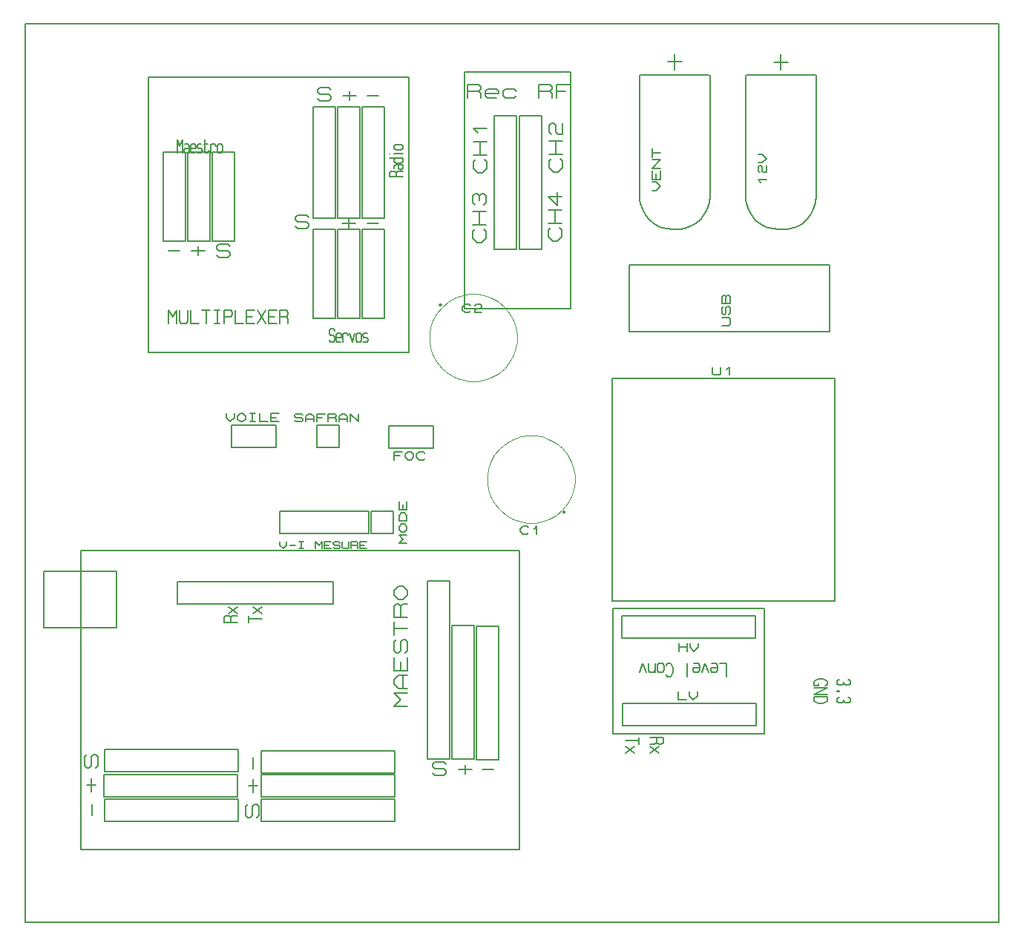
<source format=gbr>
G04 PROTEUS RS274X GERBER FILE*
%FSLAX45Y45*%
%MOMM*%
G01*
%ADD14C,0.203200*%
%ADD71C,0.120000*%
%ADD20C,0.200000*%
%TD.AperFunction*%
D14*
X-9328000Y-1595300D02*
X-7804000Y-1595300D01*
X-7804000Y-1341300D01*
X-9328000Y-1341300D01*
X-9328000Y-1595300D01*
X-9333880Y-1313360D02*
X-7809880Y-1313360D01*
X-7809880Y-1059360D01*
X-9333880Y-1059360D01*
X-9333880Y-1313360D01*
X-9328000Y-1028880D02*
X-7804000Y-1028880D01*
X-7804000Y-774880D01*
X-9328000Y-774880D01*
X-9328000Y-1028880D01*
X-7540000Y-1595300D02*
X-6016000Y-1595300D01*
X-6016000Y-1341300D01*
X-7540000Y-1341300D01*
X-7540000Y-1595300D01*
X-7540000Y-1318440D02*
X-6016000Y-1318440D01*
X-6016000Y-1064440D01*
X-7540000Y-1064440D01*
X-7540000Y-1318440D01*
X-7540000Y-1041580D02*
X-6016000Y-1041580D01*
X-6016000Y-787580D01*
X-7540000Y-787580D01*
X-7540000Y-1041580D01*
X-5363220Y-886640D02*
X-5109220Y-886640D01*
X-5109220Y+637360D01*
X-5363220Y+637360D01*
X-5363220Y-886640D01*
X-8496480Y+888820D02*
X-6718480Y+888820D01*
X-6718480Y+1142820D01*
X-8496480Y+1142820D01*
X-8496480Y+888820D01*
X-5083820Y-889180D02*
X-4829820Y-889180D01*
X-4829820Y+634820D01*
X-5083820Y+634820D01*
X-5083820Y-889180D01*
X-5640080Y-884100D02*
X-5386080Y-884100D01*
X-5386080Y+1147900D01*
X-5640080Y+1147900D01*
X-5640080Y-884100D01*
X-8655340Y+5024620D02*
X-8401340Y+5024620D01*
X-8401340Y+6040620D01*
X-8655340Y+6040620D01*
X-8655340Y+5024620D01*
X-8375340Y+5024620D02*
X-8121340Y+5024620D01*
X-8121340Y+6040620D01*
X-8375340Y+6040620D01*
X-8375340Y+5024620D01*
X-8095340Y+5024620D02*
X-7841340Y+5024620D01*
X-7841340Y+6040620D01*
X-8095340Y+6040620D01*
X-8095340Y+5024620D01*
X-6945340Y+4146620D02*
X-6691340Y+4146620D01*
X-6691340Y+5162620D01*
X-6945340Y+5162620D01*
X-6945340Y+4146620D01*
X-6665340Y+4146620D02*
X-6411340Y+4146620D01*
X-6411340Y+5162620D01*
X-6665340Y+5162620D01*
X-6665340Y+4146620D01*
X-6390280Y+4148760D02*
X-6136280Y+4148760D01*
X-6136280Y+5164760D01*
X-6390280Y+5164760D01*
X-6390280Y+4148760D01*
X-6944000Y+5290760D02*
X-6690000Y+5290760D01*
X-6690000Y+6560760D01*
X-6944000Y+6560760D01*
X-6944000Y+5290760D01*
X-6667140Y+5290760D02*
X-6413140Y+5290760D01*
X-6413140Y+6560760D01*
X-6667140Y+6560760D01*
X-6667140Y+5290760D01*
X-6390280Y+5290760D02*
X-6136280Y+5290760D01*
X-6136280Y+6560760D01*
X-6390280Y+6560760D01*
X-6390280Y+5290760D01*
X-4590080Y+4932760D02*
X-4336080Y+4932760D01*
X-4336080Y+6456760D01*
X-4590080Y+6456760D01*
X-4590080Y+4932760D01*
X-4877100Y+4930220D02*
X-4623100Y+4930220D01*
X-4623100Y+6454220D01*
X-4877100Y+6454220D01*
X-4877100Y+4930220D01*
X-9594520Y-1915940D02*
X-4594260Y-1915940D01*
X-4594260Y+1496000D01*
X-9594520Y+1496000D01*
X-9594520Y-1915940D01*
X-5868680Y-282120D02*
X-6021080Y-282120D01*
X-5944880Y-205920D01*
X-6021080Y-129720D01*
X-5868680Y-129720D01*
X-5868680Y-78920D02*
X-5970280Y-78920D01*
X-6021080Y-28120D01*
X-6021080Y+22680D01*
X-5970280Y+73480D01*
X-5868680Y+73480D01*
X-5919480Y-78920D02*
X-5919480Y+73480D01*
X-5868680Y+276680D02*
X-5868680Y+124280D01*
X-6021080Y+124280D01*
X-6021080Y+276680D01*
X-5944880Y+124280D02*
X-5944880Y+225880D01*
X-5894080Y+327480D02*
X-5868680Y+352880D01*
X-5868680Y+454480D01*
X-5894080Y+479880D01*
X-5919480Y+479880D01*
X-5944880Y+454480D01*
X-5944880Y+352880D01*
X-5970280Y+327480D01*
X-5995680Y+327480D01*
X-6021080Y+352880D01*
X-6021080Y+454480D01*
X-5995680Y+479880D01*
X-6021080Y+530680D02*
X-6021080Y+683080D01*
X-6021080Y+606880D02*
X-5868680Y+606880D01*
X-5868680Y+733880D02*
X-6021080Y+733880D01*
X-6021080Y+860880D01*
X-5995680Y+886280D01*
X-5970280Y+886280D01*
X-5944880Y+860880D01*
X-5944880Y+733880D01*
X-5944880Y+860880D02*
X-5919480Y+886280D01*
X-5868680Y+886280D01*
X-5970280Y+937080D02*
X-6021080Y+987880D01*
X-6021080Y+1038680D01*
X-5970280Y+1089480D01*
X-5919480Y+1089480D01*
X-5868680Y+1038680D01*
X-5868680Y+987880D01*
X-5919480Y+937080D01*
X-5970280Y+937080D01*
X-8595980Y+4082640D02*
X-8595980Y+4235040D01*
X-8548355Y+4158840D01*
X-8500730Y+4235040D01*
X-8500730Y+4082640D01*
X-8468980Y+4235040D02*
X-8468980Y+4108040D01*
X-8453105Y+4082640D01*
X-8389605Y+4082640D01*
X-8373730Y+4108040D01*
X-8373730Y+4235040D01*
X-8341980Y+4235040D02*
X-8341980Y+4082640D01*
X-8246730Y+4082640D01*
X-8214980Y+4235040D02*
X-8119730Y+4235040D01*
X-8167355Y+4235040D02*
X-8167355Y+4082640D01*
X-8072105Y+4235040D02*
X-8008605Y+4235040D01*
X-8040355Y+4235040D02*
X-8040355Y+4082640D01*
X-8072105Y+4082640D02*
X-8008605Y+4082640D01*
X-7960980Y+4082640D02*
X-7960980Y+4235040D01*
X-7881605Y+4235040D01*
X-7865730Y+4209640D01*
X-7865730Y+4184240D01*
X-7881605Y+4158840D01*
X-7960980Y+4158840D01*
X-7833980Y+4235040D02*
X-7833980Y+4082640D01*
X-7738730Y+4082640D01*
X-7611730Y+4082640D02*
X-7706980Y+4082640D01*
X-7706980Y+4235040D01*
X-7611730Y+4235040D01*
X-7706980Y+4158840D02*
X-7643480Y+4158840D01*
X-7579980Y+4235040D02*
X-7484730Y+4082640D01*
X-7579980Y+4082640D02*
X-7484730Y+4235040D01*
X-7357730Y+4082640D02*
X-7452980Y+4082640D01*
X-7452980Y+4235040D01*
X-7357730Y+4235040D01*
X-7452980Y+4158840D02*
X-7389480Y+4158840D01*
X-7325980Y+4082640D02*
X-7325980Y+4235040D01*
X-7246605Y+4235040D01*
X-7230730Y+4209640D01*
X-7230730Y+4184240D01*
X-7246605Y+4158840D01*
X-7325980Y+4158840D01*
X-7246605Y+4158840D02*
X-7230730Y+4133440D01*
X-7230730Y+4082640D01*
X-8828500Y+3753460D02*
X-5851460Y+3753460D01*
X-5851460Y+6901240D01*
X-8828500Y+6901240D01*
X-8828500Y+3753460D01*
X-6084900Y+2663740D02*
X-5576900Y+2663740D01*
X-5576900Y+2917740D01*
X-6084900Y+2917740D01*
X-6084900Y+2663740D01*
X-6021400Y+2531660D02*
X-6021400Y+2623100D01*
X-5926150Y+2623100D01*
X-6021400Y+2577380D02*
X-5957900Y+2577380D01*
X-5894400Y+2592620D02*
X-5862650Y+2623100D01*
X-5830900Y+2623100D01*
X-5799150Y+2592620D01*
X-5799150Y+2562140D01*
X-5830900Y+2531660D01*
X-5862650Y+2531660D01*
X-5894400Y+2562140D01*
X-5894400Y+2592620D01*
X-5672150Y+2546900D02*
X-5688025Y+2531660D01*
X-5735650Y+2531660D01*
X-5767400Y+2562140D01*
X-5767400Y+2592620D01*
X-5735650Y+2623100D01*
X-5688025Y+2623100D01*
X-5672150Y+2607860D01*
X-3219460Y+6922580D02*
X-3219460Y+5512580D01*
X-3209460Y+6922580D02*
X-2429460Y+6922580D01*
X-2419460Y+6922580D02*
X-2419460Y+5512580D01*
X-3219460Y+5532580D02*
X-3217541Y+5494127D01*
X-3211899Y+5456927D01*
X-3190144Y+5386965D01*
X-3155585Y+5324049D01*
X-3109616Y+5269533D01*
X-3053627Y+5224774D01*
X-2989011Y+5191125D01*
X-2917158Y+5169942D01*
X-2839460Y+5162580D01*
X-2789460Y+5162580D02*
X-2751007Y+5164499D01*
X-2713807Y+5170141D01*
X-2643845Y+5191896D01*
X-2580928Y+5226455D01*
X-2526413Y+5272424D01*
X-2481654Y+5328413D01*
X-2448005Y+5393029D01*
X-2426822Y+5464882D01*
X-2419460Y+5542580D01*
X-2789460Y+5162580D02*
X-2839460Y+5162580D01*
X-2899460Y+7072580D02*
X-2739460Y+7072580D01*
X-2819460Y+6982580D02*
X-2819460Y+7162580D01*
X-3078540Y+5605580D02*
X-3032820Y+5605580D01*
X-2987100Y+5653205D01*
X-3032820Y+5700830D01*
X-3078540Y+5700830D01*
X-2987100Y+5827830D02*
X-2987100Y+5732580D01*
X-3078540Y+5732580D01*
X-3078540Y+5827830D01*
X-3032820Y+5732580D02*
X-3032820Y+5796080D01*
X-2987100Y+5859580D02*
X-3078540Y+5859580D01*
X-2987100Y+5954830D01*
X-3078540Y+5954830D01*
X-3078540Y+5986580D02*
X-3078540Y+6081830D01*
X-3078540Y+6034205D02*
X-2987100Y+6034205D01*
X-7874000Y+2671619D02*
X-7366000Y+2671619D01*
X-7366000Y+2925619D01*
X-7874000Y+2925619D01*
X-7874000Y+2671619D01*
X-7937500Y+3057699D02*
X-7937500Y+3011979D01*
X-7889875Y+2966259D01*
X-7842250Y+3011979D01*
X-7842250Y+3057699D01*
X-7810500Y+3027219D02*
X-7778750Y+3057699D01*
X-7747000Y+3057699D01*
X-7715250Y+3027219D01*
X-7715250Y+2996739D01*
X-7747000Y+2966259D01*
X-7778750Y+2966259D01*
X-7810500Y+2996739D01*
X-7810500Y+3027219D01*
X-7667625Y+3057699D02*
X-7604125Y+3057699D01*
X-7635875Y+3057699D02*
X-7635875Y+2966259D01*
X-7667625Y+2966259D02*
X-7604125Y+2966259D01*
X-7556500Y+3057699D02*
X-7556500Y+2966259D01*
X-7461250Y+2966259D01*
X-7334250Y+2966259D02*
X-7429500Y+2966259D01*
X-7429500Y+3057699D01*
X-7334250Y+3057699D01*
X-7429500Y+3011979D02*
X-7366000Y+3011979D01*
X-2007420Y+6919940D02*
X-2007420Y+5509940D01*
X-1997420Y+6919940D02*
X-1217420Y+6919940D01*
X-1207420Y+6919940D02*
X-1207420Y+5509940D01*
X-2007420Y+5529940D02*
X-2005501Y+5491487D01*
X-1999859Y+5454287D01*
X-1978104Y+5384325D01*
X-1943545Y+5321409D01*
X-1897576Y+5266893D01*
X-1841587Y+5222134D01*
X-1776971Y+5188485D01*
X-1705118Y+5167302D01*
X-1627420Y+5159940D01*
X-1577420Y+5159940D02*
X-1538967Y+5161859D01*
X-1501767Y+5167501D01*
X-1431805Y+5189256D01*
X-1368888Y+5223815D01*
X-1314373Y+5269784D01*
X-1269614Y+5325773D01*
X-1235965Y+5390389D01*
X-1214782Y+5462242D01*
X-1207420Y+5539940D01*
X-1577420Y+5159940D02*
X-1627420Y+5159940D01*
X-1687420Y+7069940D02*
X-1527420Y+7069940D01*
X-1607420Y+6979940D02*
X-1607420Y+7159940D01*
X-1836020Y+5698190D02*
X-1866500Y+5729940D01*
X-1775060Y+5729940D01*
X-1851260Y+5809315D02*
X-1866500Y+5825190D01*
X-1866500Y+5872815D01*
X-1851260Y+5888690D01*
X-1836020Y+5888690D01*
X-1820780Y+5872815D01*
X-1820780Y+5825190D01*
X-1805540Y+5809315D01*
X-1775060Y+5809315D01*
X-1775060Y+5888690D01*
X-1866500Y+5920440D02*
X-1820780Y+5920440D01*
X-1775060Y+5968065D01*
X-1820780Y+6015690D01*
X-1866500Y+6015690D01*
X-3420380Y+492460D02*
X-1896380Y+492460D01*
X-1896380Y+746460D01*
X-3420380Y+746460D01*
X-3420380Y+492460D01*
X-2775380Y+347100D02*
X-2775380Y+438540D01*
X-2680130Y+438540D02*
X-2680130Y+347100D01*
X-2775380Y+392820D02*
X-2680130Y+392820D01*
X-2648380Y+438540D02*
X-2648380Y+392820D01*
X-2600755Y+347100D01*
X-2553130Y+392820D01*
X-2553130Y+438540D01*
X-3417840Y-502700D02*
X-1893840Y-502700D01*
X-1893840Y-248700D01*
X-3417840Y-248700D01*
X-3417840Y-502700D01*
X-2782840Y-116620D02*
X-2782840Y-208060D01*
X-2687590Y-208060D01*
X-2655840Y-116620D02*
X-2655840Y-162340D01*
X-2608215Y-208060D01*
X-2560590Y-162340D01*
X-2560590Y-116620D01*
X-3520840Y-595700D02*
X-1800840Y-595700D01*
X-1800840Y+834300D01*
X-3520840Y+834300D01*
X-3520840Y-595700D01*
X-2229960Y+54300D02*
X-2229960Y+206700D01*
X-2306160Y+206700D01*
X-2331560Y+155900D02*
X-2407760Y+155900D01*
X-2407760Y+130500D01*
X-2395060Y+105100D01*
X-2344260Y+105100D01*
X-2331560Y+130500D01*
X-2331560Y+181300D01*
X-2344260Y+206700D01*
X-2395060Y+206700D01*
X-2433160Y+105100D02*
X-2471260Y+206700D01*
X-2509360Y+105100D01*
X-2534760Y+155900D02*
X-2610960Y+155900D01*
X-2610960Y+130500D01*
X-2598260Y+105100D01*
X-2547460Y+105100D01*
X-2534760Y+130500D01*
X-2534760Y+181300D01*
X-2547460Y+206700D01*
X-2598260Y+206700D01*
X-2674460Y+54300D02*
X-2674460Y+206700D01*
X-2915760Y+181300D02*
X-2903060Y+206700D01*
X-2864960Y+206700D01*
X-2839560Y+155900D01*
X-2839560Y+105100D01*
X-2864960Y+54300D01*
X-2903060Y+54300D01*
X-2915760Y+79700D01*
X-2941160Y+130500D02*
X-2953860Y+105100D01*
X-3004660Y+105100D01*
X-3017360Y+130500D01*
X-3017360Y+181300D01*
X-3004660Y+206700D01*
X-2953860Y+206700D01*
X-2941160Y+181300D01*
X-2941160Y+130500D01*
X-3042760Y+206700D02*
X-3042760Y+105100D01*
X-3042760Y+130500D02*
X-3055460Y+105100D01*
X-3106260Y+105100D01*
X-3118960Y+130500D01*
X-3118960Y+206700D01*
X-3144360Y+105100D02*
X-3182460Y+206700D01*
X-3220560Y+105100D01*
X-4987840Y+5955420D02*
X-4962440Y+5930020D01*
X-4962440Y+5853820D01*
X-5013240Y+5803020D01*
X-5064040Y+5803020D01*
X-5114840Y+5853820D01*
X-5114840Y+5930020D01*
X-5089440Y+5955420D01*
X-4962440Y+6006220D02*
X-5114840Y+6006220D01*
X-5114840Y+6158620D02*
X-4962440Y+6158620D01*
X-5038640Y+6006220D02*
X-5038640Y+6158620D01*
X-5064040Y+6260220D02*
X-5114840Y+6311020D01*
X-4962440Y+6311020D01*
X-4997840Y+5165420D02*
X-4972440Y+5140020D01*
X-4972440Y+5063820D01*
X-5023240Y+5013020D01*
X-5074040Y+5013020D01*
X-5124840Y+5063820D01*
X-5124840Y+5140020D01*
X-5099440Y+5165420D01*
X-4972440Y+5216220D02*
X-5124840Y+5216220D01*
X-5124840Y+5368620D02*
X-4972440Y+5368620D01*
X-5048640Y+5216220D02*
X-5048640Y+5368620D01*
X-5099440Y+5444820D02*
X-5124840Y+5470220D01*
X-5124840Y+5546420D01*
X-5099440Y+5571820D01*
X-5074040Y+5571820D01*
X-5048640Y+5546420D01*
X-5023240Y+5571820D01*
X-4997840Y+5571820D01*
X-4972440Y+5546420D01*
X-4972440Y+5470220D01*
X-4997840Y+5444820D01*
X-5048640Y+5495620D02*
X-5048640Y+5546420D01*
X-4127840Y+5965420D02*
X-4102440Y+5940020D01*
X-4102440Y+5863820D01*
X-4153240Y+5813020D01*
X-4204040Y+5813020D01*
X-4254840Y+5863820D01*
X-4254840Y+5940020D01*
X-4229440Y+5965420D01*
X-4102440Y+6016220D02*
X-4254840Y+6016220D01*
X-4254840Y+6168620D02*
X-4102440Y+6168620D01*
X-4178640Y+6016220D02*
X-4178640Y+6168620D01*
X-4229440Y+6244820D02*
X-4254840Y+6270220D01*
X-4254840Y+6346420D01*
X-4229440Y+6371820D01*
X-4204040Y+6371820D01*
X-4178640Y+6346420D01*
X-4178640Y+6270220D01*
X-4153240Y+6244820D01*
X-4102440Y+6244820D01*
X-4102440Y+6371820D01*
X-4137840Y+5175420D02*
X-4112440Y+5150020D01*
X-4112440Y+5073820D01*
X-4163240Y+5023020D01*
X-4214040Y+5023020D01*
X-4264840Y+5073820D01*
X-4264840Y+5150020D01*
X-4239440Y+5175420D01*
X-4112440Y+5226220D02*
X-4264840Y+5226220D01*
X-4264840Y+5378620D02*
X-4112440Y+5378620D01*
X-4188640Y+5226220D02*
X-4188640Y+5378620D01*
X-4163240Y+5581820D02*
X-4163240Y+5429420D01*
X-4264840Y+5531020D01*
X-4112440Y+5531020D01*
X-5214800Y+4253060D02*
X-4004800Y+4253060D01*
X-4004800Y+6953060D01*
X-5214800Y+6953060D01*
X-5214800Y+4253060D01*
X-5184800Y+6659860D02*
X-5184800Y+6812260D01*
X-5057800Y+6812260D01*
X-5032400Y+6786860D01*
X-5032400Y+6761460D01*
X-5057800Y+6736060D01*
X-5184800Y+6736060D01*
X-5057800Y+6736060D02*
X-5032400Y+6710660D01*
X-5032400Y+6659860D01*
X-4981600Y+6710660D02*
X-4829200Y+6710660D01*
X-4829200Y+6736060D01*
X-4854600Y+6761460D01*
X-4956200Y+6761460D01*
X-4981600Y+6736060D01*
X-4981600Y+6685260D01*
X-4956200Y+6659860D01*
X-4854600Y+6659860D01*
X-4626000Y+6736060D02*
X-4651400Y+6761460D01*
X-4753000Y+6761460D01*
X-4778400Y+6736060D01*
X-4778400Y+6685260D01*
X-4753000Y+6659860D01*
X-4651400Y+6659860D01*
X-4626000Y+6685260D01*
X-4372000Y+6659860D02*
X-4372000Y+6812260D01*
X-4245000Y+6812260D01*
X-4219600Y+6786860D01*
X-4219600Y+6761460D01*
X-4245000Y+6736060D01*
X-4372000Y+6736060D01*
X-4245000Y+6736060D02*
X-4219600Y+6710660D01*
X-4219600Y+6659860D01*
X-4168800Y+6659860D02*
X-4168800Y+6812260D01*
X-4016400Y+6812260D01*
X-4168800Y+6736060D02*
X-4067200Y+6736060D01*
X-6896560Y+6648920D02*
X-6871160Y+6623520D01*
X-6769560Y+6623520D01*
X-6744160Y+6648920D01*
X-6744160Y+6674320D01*
X-6769560Y+6699720D01*
X-6871160Y+6699720D01*
X-6896560Y+6725120D01*
X-6896560Y+6750520D01*
X-6871160Y+6775920D01*
X-6769560Y+6775920D01*
X-6744160Y+6750520D01*
X-6606560Y+6689720D02*
X-6454160Y+6689720D01*
X-6530360Y+6740520D02*
X-6530360Y+6638920D01*
X-6331160Y+6689720D02*
X-6204160Y+6689720D01*
X-8496560Y+6033520D02*
X-8496560Y+6185920D01*
X-8467985Y+6109720D01*
X-8439410Y+6185920D01*
X-8439410Y+6033520D01*
X-8410835Y+6135120D02*
X-8372735Y+6135120D01*
X-8363210Y+6109720D01*
X-8363210Y+6033520D01*
X-8410835Y+6033520D01*
X-8420360Y+6058920D01*
X-8410835Y+6084320D01*
X-8363210Y+6084320D01*
X-8344160Y+6084320D02*
X-8287010Y+6084320D01*
X-8287010Y+6109720D01*
X-8296535Y+6135120D01*
X-8334635Y+6135120D01*
X-8344160Y+6109720D01*
X-8344160Y+6058920D01*
X-8334635Y+6033520D01*
X-8296535Y+6033520D01*
X-8220335Y+6135120D02*
X-8258435Y+6135120D01*
X-8267960Y+6109720D01*
X-8258435Y+6084320D01*
X-8220335Y+6084320D01*
X-8210810Y+6058920D01*
X-8220335Y+6033520D01*
X-8267960Y+6033520D01*
X-8182235Y+6185920D02*
X-8182235Y+6058920D01*
X-8172710Y+6033520D01*
X-8144135Y+6033520D01*
X-8134610Y+6058920D01*
X-8191760Y+6135120D02*
X-8144135Y+6135120D01*
X-8115560Y+6033520D02*
X-8115560Y+6135120D01*
X-8115560Y+6109720D02*
X-8106035Y+6135120D01*
X-8067935Y+6135120D01*
X-8058410Y+6109720D01*
X-8039360Y+6109720D02*
X-8029835Y+6135120D01*
X-7991735Y+6135120D01*
X-7982210Y+6109720D01*
X-7982210Y+6058920D01*
X-7991735Y+6033520D01*
X-8029835Y+6033520D01*
X-8039360Y+6058920D01*
X-8039360Y+6109720D01*
X-5923360Y+5766720D02*
X-6075760Y+5766720D01*
X-6075760Y+5814345D01*
X-6050360Y+5823870D01*
X-6024960Y+5823870D01*
X-5999560Y+5814345D01*
X-5999560Y+5766720D01*
X-5999560Y+5814345D02*
X-5974160Y+5823870D01*
X-5923360Y+5823870D01*
X-6024960Y+5852445D02*
X-6024960Y+5890545D01*
X-5999560Y+5900070D01*
X-5923360Y+5900070D01*
X-5923360Y+5852445D01*
X-5948760Y+5842920D01*
X-5974160Y+5852445D01*
X-5974160Y+5900070D01*
X-5999560Y+5976270D02*
X-6024960Y+5966745D01*
X-6024960Y+5928645D01*
X-5999560Y+5919120D01*
X-5948760Y+5919120D01*
X-5923360Y+5928645D01*
X-5923360Y+5966745D01*
X-5948760Y+5976270D01*
X-5923360Y+5976270D02*
X-6075760Y+5976270D01*
X-6024960Y+6023895D02*
X-5923360Y+6023895D01*
X-6075760Y+6023895D02*
X-6075760Y+6023895D01*
X-5999560Y+6071520D02*
X-6024960Y+6081045D01*
X-6024960Y+6119145D01*
X-5999560Y+6128670D01*
X-5948760Y+6128670D01*
X-5923360Y+6119145D01*
X-5923360Y+6081045D01*
X-5948760Y+6071520D01*
X-5999560Y+6071520D01*
X-6756560Y+3898920D02*
X-6747035Y+3873520D01*
X-6708935Y+3873520D01*
X-6699410Y+3898920D01*
X-6699410Y+3924320D01*
X-6708935Y+3949720D01*
X-6747035Y+3949720D01*
X-6756560Y+3975120D01*
X-6756560Y+4000520D01*
X-6747035Y+4025920D01*
X-6708935Y+4025920D01*
X-6699410Y+4000520D01*
X-6680360Y+3924320D02*
X-6623210Y+3924320D01*
X-6623210Y+3949720D01*
X-6632735Y+3975120D01*
X-6670835Y+3975120D01*
X-6680360Y+3949720D01*
X-6680360Y+3898920D01*
X-6670835Y+3873520D01*
X-6632735Y+3873520D01*
X-6604160Y+3873520D02*
X-6604160Y+3975120D01*
X-6604160Y+3949720D02*
X-6594635Y+3975120D01*
X-6556535Y+3975120D01*
X-6547010Y+3949720D01*
X-6527960Y+3975120D02*
X-6499385Y+3873520D01*
X-6470810Y+3975120D01*
X-6451760Y+3949720D02*
X-6442235Y+3975120D01*
X-6404135Y+3975120D01*
X-6394610Y+3949720D01*
X-6394610Y+3898920D01*
X-6404135Y+3873520D01*
X-6442235Y+3873520D01*
X-6451760Y+3898920D01*
X-6451760Y+3949720D01*
X-6327935Y+3975120D02*
X-6366035Y+3975120D01*
X-6375560Y+3949720D01*
X-6366035Y+3924320D01*
X-6327935Y+3924320D01*
X-6318410Y+3898920D01*
X-6327935Y+3873520D01*
X-6375560Y+3873520D01*
X-7146560Y+5198920D02*
X-7121160Y+5173520D01*
X-7019560Y+5173520D01*
X-6994160Y+5198920D01*
X-6994160Y+5224320D01*
X-7019560Y+5249720D01*
X-7121160Y+5249720D01*
X-7146560Y+5275120D01*
X-7146560Y+5300520D01*
X-7121160Y+5325920D01*
X-7019560Y+5325920D01*
X-6994160Y+5300520D01*
X-6616560Y+5229720D02*
X-6464160Y+5229720D01*
X-6540360Y+5280520D02*
X-6540360Y+5178920D01*
X-6331160Y+5229720D02*
X-6204160Y+5229720D01*
X-8045540Y+4868300D02*
X-8020140Y+4842900D01*
X-7918540Y+4842900D01*
X-7893140Y+4868300D01*
X-7893140Y+4893700D01*
X-7918540Y+4919100D01*
X-8020140Y+4919100D01*
X-8045540Y+4944500D01*
X-8045540Y+4969900D01*
X-8020140Y+4995300D01*
X-7918540Y+4995300D01*
X-7893140Y+4969900D01*
X-8332120Y+4919260D02*
X-8179720Y+4919260D01*
X-8255920Y+4970060D02*
X-8255920Y+4868460D01*
X-8592660Y+4919260D02*
X-8465660Y+4919260D01*
X-7592200Y-1555640D02*
X-7566800Y-1530240D01*
X-7566800Y-1428640D01*
X-7592200Y-1403240D01*
X-7617600Y-1403240D01*
X-7643000Y-1428640D01*
X-7643000Y-1530240D01*
X-7668400Y-1555640D01*
X-7693800Y-1555640D01*
X-7719200Y-1530240D01*
X-7719200Y-1428640D01*
X-7693800Y-1403240D01*
X-7633000Y-1265640D02*
X-7633000Y-1113240D01*
X-7683800Y-1189440D02*
X-7582200Y-1189440D01*
X-7633000Y-990240D02*
X-7633000Y-863240D01*
X-9424420Y-981380D02*
X-9399020Y-955980D01*
X-9399020Y-854380D01*
X-9424420Y-828980D01*
X-9449820Y-828980D01*
X-9475220Y-854380D01*
X-9475220Y-955980D01*
X-9500620Y-981380D01*
X-9526020Y-981380D01*
X-9551420Y-955980D01*
X-9551420Y-854380D01*
X-9526020Y-828980D01*
X-9473000Y-1253100D02*
X-9473000Y-1100700D01*
X-9523800Y-1176900D02*
X-9422200Y-1176900D01*
X-9465380Y-1526340D02*
X-9465380Y-1399340D01*
X-5580000Y-1043440D02*
X-5554600Y-1068840D01*
X-5453000Y-1068840D01*
X-5427600Y-1043440D01*
X-5427600Y-1018040D01*
X-5453000Y-992640D01*
X-5554600Y-992640D01*
X-5580000Y-967240D01*
X-5580000Y-941840D01*
X-5554600Y-916440D01*
X-5453000Y-916440D01*
X-5427600Y-941840D01*
X-5290000Y-1002640D02*
X-5137600Y-1002640D01*
X-5213800Y-951840D02*
X-5213800Y-1053440D01*
X-5014600Y-1002640D02*
X-4887600Y-1002640D01*
X-7679200Y+674360D02*
X-7679200Y+750560D01*
X-7679200Y+712460D02*
X-7526800Y+712460D01*
X-7628400Y+775960D02*
X-7526800Y+852160D01*
X-7526800Y+775960D02*
X-7628400Y+852160D01*
X-7806800Y+674360D02*
X-7959200Y+674360D01*
X-7959200Y+737860D01*
X-7933800Y+750560D01*
X-7908400Y+750560D01*
X-7883000Y+737860D01*
X-7883000Y+674360D01*
X-7883000Y+737860D02*
X-7857600Y+750560D01*
X-7806800Y+750560D01*
X-7908400Y+775960D02*
X-7806800Y+852160D01*
X-7806800Y+775960D02*
X-7908400Y+852160D01*
X-3230800Y-635660D02*
X-3230800Y-711860D01*
X-3230800Y-673760D02*
X-3383200Y-673760D01*
X-3281600Y-737260D02*
X-3383200Y-813460D01*
X-3383200Y-737260D02*
X-3281600Y-813460D01*
X-3103200Y-635660D02*
X-2950800Y-635660D01*
X-2950800Y-699160D01*
X-2976200Y-711860D01*
X-3001600Y-711860D01*
X-3027000Y-699160D01*
X-3027000Y-635660D01*
X-3027000Y-699160D02*
X-3052400Y-711860D01*
X-3103200Y-711860D01*
X-3001600Y-737260D02*
X-3103200Y-813460D01*
X-3103200Y-737260D02*
X-3001600Y-813460D01*
X-839440Y+22401D02*
X-814040Y+9701D01*
X-814040Y-28399D01*
X-839440Y-41099D01*
X-864840Y-41099D01*
X-890240Y-28399D01*
X-915640Y-41099D01*
X-941040Y-41099D01*
X-966440Y-28399D01*
X-966440Y+9701D01*
X-941040Y+22401D01*
X-890240Y-2999D02*
X-890240Y-28399D01*
X-941040Y-104599D02*
X-941040Y-117299D01*
X-966440Y-117299D01*
X-966440Y-104599D01*
X-941040Y-104599D01*
X-839440Y-180799D02*
X-814040Y-193499D01*
X-814040Y-231599D01*
X-839440Y-244299D01*
X-864840Y-244299D01*
X-890240Y-231599D01*
X-915640Y-244299D01*
X-941040Y-244299D01*
X-966440Y-231599D01*
X-966440Y-193499D01*
X-941040Y-180799D01*
X-890240Y-206199D02*
X-890240Y-231599D01*
X-1177240Y-23159D02*
X-1177240Y-48559D01*
X-1228040Y-48559D01*
X-1228040Y+2241D01*
X-1177240Y+27641D01*
X-1126440Y+27641D01*
X-1075640Y+2241D01*
X-1075640Y-35859D01*
X-1101040Y-48559D01*
X-1228040Y-73959D02*
X-1075640Y-73959D01*
X-1228040Y-150159D01*
X-1075640Y-150159D01*
X-1228040Y-175559D02*
X-1075640Y-175559D01*
X-1075640Y-226359D01*
X-1126440Y-251759D01*
X-1177240Y-251759D01*
X-1228040Y-226359D01*
X-1228040Y-175559D01*
X-7325000Y+1686140D02*
X-6309000Y+1686140D01*
X-6309000Y+1940140D01*
X-7325000Y+1940140D01*
X-7325000Y+1686140D01*
X-7325000Y+1594600D02*
X-7325000Y+1556500D01*
X-7286900Y+1518400D01*
X-7248800Y+1556500D01*
X-7248800Y+1594600D01*
X-7210700Y+1556500D02*
X-7147200Y+1556500D01*
X-7109100Y+1594600D02*
X-7058300Y+1594600D01*
X-7083700Y+1594600D02*
X-7083700Y+1518400D01*
X-7109100Y+1518400D02*
X-7058300Y+1518400D01*
X-6918600Y+1518400D02*
X-6918600Y+1594600D01*
X-6880500Y+1556500D01*
X-6842400Y+1594600D01*
X-6842400Y+1518400D01*
X-6740800Y+1518400D02*
X-6817000Y+1518400D01*
X-6817000Y+1594600D01*
X-6740800Y+1594600D01*
X-6817000Y+1556500D02*
X-6766200Y+1556500D01*
X-6715400Y+1531100D02*
X-6702700Y+1518400D01*
X-6651900Y+1518400D01*
X-6639200Y+1531100D01*
X-6639200Y+1543800D01*
X-6651900Y+1556500D01*
X-6702700Y+1556500D01*
X-6715400Y+1569200D01*
X-6715400Y+1581900D01*
X-6702700Y+1594600D01*
X-6651900Y+1594600D01*
X-6639200Y+1581900D01*
X-6613800Y+1594600D02*
X-6613800Y+1531100D01*
X-6601100Y+1518400D01*
X-6550300Y+1518400D01*
X-6537600Y+1531100D01*
X-6537600Y+1594600D01*
X-6512200Y+1518400D02*
X-6512200Y+1594600D01*
X-6448700Y+1594600D01*
X-6436000Y+1581900D01*
X-6436000Y+1569200D01*
X-6448700Y+1556500D01*
X-6512200Y+1556500D01*
X-6448700Y+1556500D02*
X-6436000Y+1543800D01*
X-6436000Y+1518400D01*
X-6334400Y+1518400D02*
X-6410600Y+1518400D01*
X-6410600Y+1594600D01*
X-6334400Y+1594600D01*
X-6410600Y+1556500D02*
X-6359800Y+1556500D01*
X-6904819Y+2670639D02*
X-6650819Y+2670639D01*
X-6650819Y+2924639D01*
X-6904819Y+2924639D01*
X-6904819Y+2670639D01*
X-7158819Y+2980519D02*
X-7142944Y+2965279D01*
X-7079444Y+2965279D01*
X-7063569Y+2980519D01*
X-7063569Y+2995759D01*
X-7079444Y+3010999D01*
X-7142944Y+3010999D01*
X-7158819Y+3026239D01*
X-7158819Y+3041479D01*
X-7142944Y+3056719D01*
X-7079444Y+3056719D01*
X-7063569Y+3041479D01*
X-7031819Y+2965279D02*
X-7031819Y+3026239D01*
X-7000069Y+3056719D01*
X-6968319Y+3056719D01*
X-6936569Y+3026239D01*
X-6936569Y+2965279D01*
X-7031819Y+2995759D02*
X-6936569Y+2995759D01*
X-6904819Y+2965279D02*
X-6904819Y+3056719D01*
X-6809569Y+3056719D01*
X-6904819Y+3010999D02*
X-6841319Y+3010999D01*
X-6777819Y+2965279D02*
X-6777819Y+3056719D01*
X-6698444Y+3056719D01*
X-6682569Y+3041479D01*
X-6682569Y+3026239D01*
X-6698444Y+3010999D01*
X-6777819Y+3010999D01*
X-6698444Y+3010999D02*
X-6682569Y+2995759D01*
X-6682569Y+2965279D01*
X-6650819Y+2965279D02*
X-6650819Y+3026239D01*
X-6619069Y+3056719D01*
X-6587319Y+3056719D01*
X-6555569Y+3026239D01*
X-6555569Y+2965279D01*
X-6650819Y+2995759D02*
X-6555569Y+2995759D01*
X-6523819Y+2965279D02*
X-6523819Y+3056719D01*
X-6428569Y+2965279D01*
X-6428569Y+3056719D01*
X-10017280Y+614020D02*
X-9189240Y+614020D01*
X-9189240Y+1259180D01*
X-10017280Y+1259180D01*
X-10017280Y+614020D01*
X-6286600Y+1688200D02*
X-6032600Y+1688200D01*
X-6032600Y+1942200D01*
X-6286600Y+1942200D01*
X-6286600Y+1688200D01*
X-5875120Y+1576440D02*
X-5966560Y+1576440D01*
X-5920840Y+1624065D01*
X-5966560Y+1671690D01*
X-5875120Y+1671690D01*
X-5936080Y+1703440D02*
X-5966560Y+1735190D01*
X-5966560Y+1766940D01*
X-5936080Y+1798690D01*
X-5905600Y+1798690D01*
X-5875120Y+1766940D01*
X-5875120Y+1735190D01*
X-5905600Y+1703440D01*
X-5936080Y+1703440D01*
X-5875120Y+1830440D02*
X-5966560Y+1830440D01*
X-5966560Y+1893940D01*
X-5936080Y+1925690D01*
X-5905600Y+1925690D01*
X-5875120Y+1893940D01*
X-5875120Y+1830440D01*
X-5875120Y+2052690D02*
X-5875120Y+1957440D01*
X-5966560Y+1957440D01*
X-5966560Y+2052690D01*
X-5920840Y+1957440D02*
X-5920840Y+2020940D01*
D71*
X-4618520Y+3924380D02*
X-4620051Y+3963480D01*
X-4632474Y+4041681D01*
X-4658326Y+4119882D01*
X-4700086Y+4198083D01*
X-4763325Y+4276284D01*
X-4841518Y+4340637D01*
X-4919719Y+4383159D01*
X-4997920Y+4409618D01*
X-5076121Y+4422579D01*
X-5118520Y+4424380D01*
X-5618520Y+3924380D02*
X-5616989Y+3963480D01*
X-5604566Y+4041681D01*
X-5578714Y+4119882D01*
X-5536954Y+4198083D01*
X-5473715Y+4276284D01*
X-5395522Y+4340637D01*
X-5317321Y+4383159D01*
X-5239120Y+4409618D01*
X-5160919Y+4422579D01*
X-5118520Y+4424380D01*
X-5618520Y+3924380D02*
X-5616989Y+3885280D01*
X-5604566Y+3807079D01*
X-5578714Y+3728878D01*
X-5536954Y+3650677D01*
X-5473715Y+3572476D01*
X-5395522Y+3508123D01*
X-5317321Y+3465601D01*
X-5239120Y+3439142D01*
X-5160919Y+3426181D01*
X-5118520Y+3424380D01*
X-4618520Y+3924380D02*
X-4620051Y+3885280D01*
X-4632474Y+3807079D01*
X-4658326Y+3728878D01*
X-4700086Y+3650677D01*
X-4763325Y+3572476D01*
X-4841518Y+3508123D01*
X-4919719Y+3465601D01*
X-4997920Y+3439142D01*
X-5076121Y+3426181D01*
X-5118520Y+3424380D01*
D20*
X-5484520Y+4300380D02*
X-5484555Y+4301211D01*
X-5484836Y+4302875D01*
X-5485426Y+4304539D01*
X-5486390Y+4306203D01*
X-5487865Y+4307844D01*
X-5489529Y+4309045D01*
X-5491193Y+4309810D01*
X-5492857Y+4310241D01*
X-5494520Y+4310380D01*
X-5504520Y+4300380D02*
X-5504485Y+4301211D01*
X-5504204Y+4302875D01*
X-5503614Y+4304539D01*
X-5502650Y+4306203D01*
X-5501175Y+4307844D01*
X-5499511Y+4309045D01*
X-5497847Y+4309810D01*
X-5496183Y+4310241D01*
X-5494520Y+4310380D01*
X-5504520Y+4300380D02*
X-5504485Y+4299549D01*
X-5504204Y+4297885D01*
X-5503614Y+4296221D01*
X-5502650Y+4294557D01*
X-5501175Y+4292916D01*
X-5499511Y+4291715D01*
X-5497847Y+4290950D01*
X-5496183Y+4290519D01*
X-5494520Y+4290380D01*
X-5484520Y+4300380D02*
X-5484555Y+4299549D01*
X-5484836Y+4297885D01*
X-5485426Y+4296221D01*
X-5486390Y+4294557D01*
X-5487865Y+4292916D01*
X-5489529Y+4291715D01*
X-5491193Y+4290950D01*
X-5492857Y+4290519D01*
X-5494520Y+4290380D01*
D14*
X-5150270Y+4226100D02*
X-5166145Y+4210860D01*
X-5213770Y+4210860D01*
X-5245520Y+4241340D01*
X-5245520Y+4271820D01*
X-5213770Y+4302300D01*
X-5166145Y+4302300D01*
X-5150270Y+4287060D01*
X-5102645Y+4287060D02*
X-5086770Y+4302300D01*
X-5039145Y+4302300D01*
X-5023270Y+4287060D01*
X-5023270Y+4271820D01*
X-5039145Y+4256580D01*
X-5086770Y+4256580D01*
X-5102645Y+4241340D01*
X-5102645Y+4210860D01*
X-5023270Y+4210860D01*
X-3337000Y+3996641D02*
X-1051000Y+3996641D01*
X-1051000Y+4758641D01*
X-3337000Y+4758641D01*
X-3337000Y+3996641D01*
X-2280360Y+4060141D02*
X-2204160Y+4060141D01*
X-2188920Y+4076016D01*
X-2188920Y+4139516D01*
X-2204160Y+4155391D01*
X-2280360Y+4155391D01*
X-2204160Y+4187141D02*
X-2188920Y+4203016D01*
X-2188920Y+4266516D01*
X-2204160Y+4282391D01*
X-2219400Y+4282391D01*
X-2234640Y+4266516D01*
X-2234640Y+4203016D01*
X-2249880Y+4187141D01*
X-2265120Y+4187141D01*
X-2280360Y+4203016D01*
X-2280360Y+4266516D01*
X-2265120Y+4282391D01*
X-2188920Y+4314141D02*
X-2280360Y+4314141D01*
X-2280360Y+4393516D01*
X-2265120Y+4409391D01*
X-2249880Y+4409391D01*
X-2234640Y+4393516D01*
X-2219400Y+4409391D01*
X-2204160Y+4409391D01*
X-2188920Y+4393516D01*
X-2188920Y+4314141D01*
X-2234640Y+4314141D02*
X-2234640Y+4393516D01*
D71*
X-3957641Y+2310000D02*
X-3959172Y+2349100D01*
X-3971595Y+2427301D01*
X-3997447Y+2505502D01*
X-4039207Y+2583703D01*
X-4102446Y+2661904D01*
X-4180639Y+2726257D01*
X-4258840Y+2768779D01*
X-4337041Y+2795238D01*
X-4415242Y+2808199D01*
X-4457641Y+2810000D01*
X-4957641Y+2310000D02*
X-4956110Y+2349100D01*
X-4943687Y+2427301D01*
X-4917835Y+2505502D01*
X-4876075Y+2583703D01*
X-4812836Y+2661904D01*
X-4734643Y+2726257D01*
X-4656442Y+2768779D01*
X-4578241Y+2795238D01*
X-4500040Y+2808199D01*
X-4457641Y+2810000D01*
X-4957641Y+2310000D02*
X-4956110Y+2270900D01*
X-4943687Y+2192699D01*
X-4917835Y+2114498D01*
X-4876075Y+2036297D01*
X-4812836Y+1958096D01*
X-4734643Y+1893743D01*
X-4656442Y+1851221D01*
X-4578241Y+1824762D01*
X-4500040Y+1811801D01*
X-4457641Y+1810000D01*
X-3957641Y+2310000D02*
X-3959172Y+2270900D01*
X-3971595Y+2192699D01*
X-3997447Y+2114498D01*
X-4039207Y+2036297D01*
X-4102446Y+1958096D01*
X-4180639Y+1893743D01*
X-4258840Y+1851221D01*
X-4337041Y+1824762D01*
X-4415242Y+1811801D01*
X-4457641Y+1810000D01*
D20*
X-4071641Y+1934000D02*
X-4071676Y+1934831D01*
X-4071957Y+1936495D01*
X-4072547Y+1938159D01*
X-4073511Y+1939823D01*
X-4074986Y+1941464D01*
X-4076650Y+1942665D01*
X-4078314Y+1943430D01*
X-4079978Y+1943861D01*
X-4081641Y+1944000D01*
X-4091641Y+1934000D02*
X-4091606Y+1934831D01*
X-4091325Y+1936495D01*
X-4090735Y+1938159D01*
X-4089771Y+1939823D01*
X-4088296Y+1941464D01*
X-4086632Y+1942665D01*
X-4084968Y+1943430D01*
X-4083304Y+1943861D01*
X-4081641Y+1944000D01*
X-4091641Y+1934000D02*
X-4091606Y+1933169D01*
X-4091325Y+1931505D01*
X-4090735Y+1929841D01*
X-4089771Y+1928177D01*
X-4088296Y+1926536D01*
X-4086632Y+1925335D01*
X-4084968Y+1924570D01*
X-4083304Y+1924139D01*
X-4081641Y+1924000D01*
X-4071641Y+1934000D02*
X-4071676Y+1933169D01*
X-4071957Y+1931505D01*
X-4072547Y+1929841D01*
X-4073511Y+1928177D01*
X-4074986Y+1926536D01*
X-4076650Y+1925335D01*
X-4078314Y+1924570D01*
X-4079978Y+1924139D01*
X-4081641Y+1924000D01*
D14*
X-4489391Y+1697320D02*
X-4505266Y+1682080D01*
X-4552891Y+1682080D01*
X-4584641Y+1712560D01*
X-4584641Y+1743040D01*
X-4552891Y+1773520D01*
X-4505266Y+1773520D01*
X-4489391Y+1758280D01*
X-4425891Y+1743040D02*
X-4394141Y+1773520D01*
X-4394141Y+1682080D01*
X-10230000Y-2750000D02*
X+880000Y-2750000D01*
X+880000Y+7510000D01*
X-10230000Y+7510000D01*
X-10230000Y-2750000D01*
X-3532340Y+917620D02*
X-992340Y+917620D01*
X-992340Y+3457620D01*
X-3532340Y+3457620D01*
X-3532340Y+917620D01*
X-2389340Y+3589700D02*
X-2389340Y+3513500D01*
X-2373465Y+3498260D01*
X-2309965Y+3498260D01*
X-2294090Y+3513500D01*
X-2294090Y+3589700D01*
X-2230590Y+3559220D02*
X-2198840Y+3589700D01*
X-2198840Y+3498260D01*
M02*

</source>
